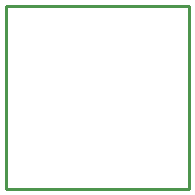
<source format=gko>
G04 Layer_Color=16711935*
%FSLAX44Y44*%
%MOMM*%
G71*
G01*
G75*
%ADD22C,0.2540*%
D22*
X155000Y0D02*
Y155000D01*
X0Y0D02*
X155000D01*
X0D02*
Y155000D01*
X155000D01*
M02*

</source>
